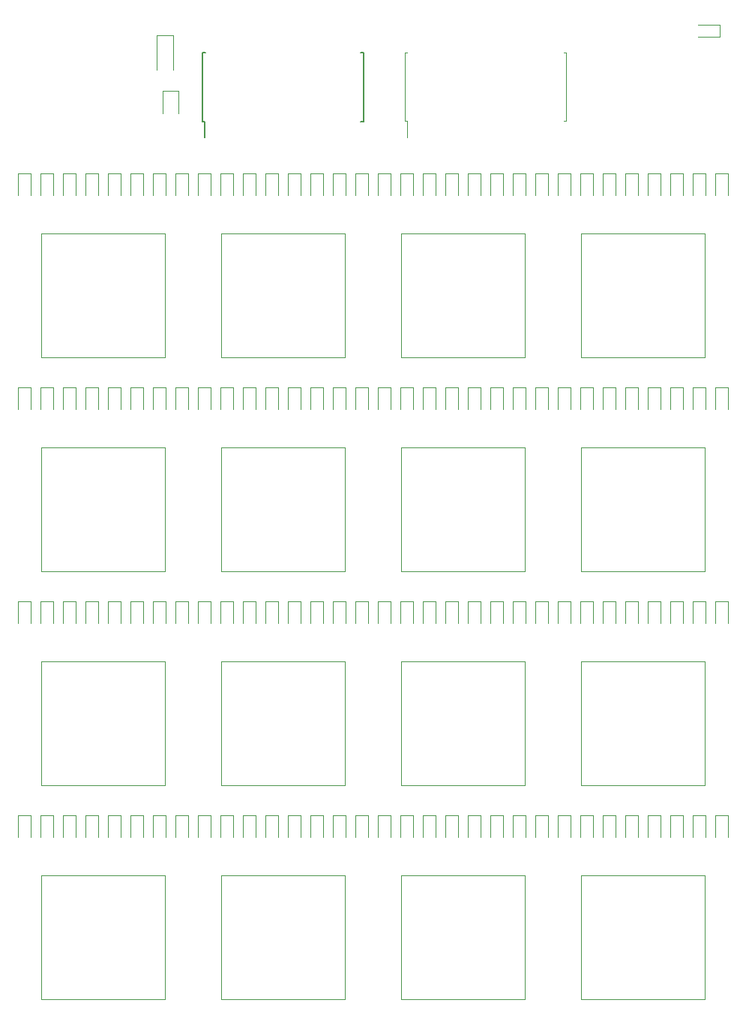
<source format=gbr>
G04 #@! TF.GenerationSoftware,KiCad,Pcbnew,5.1.4+dfsg1-1*
G04 #@! TF.CreationDate,2020-01-15T10:00:44+00:00*
G04 #@! TF.ProjectId,chordboard,63686f72-6462-46f6-9172-642e6b696361,rev?*
G04 #@! TF.SameCoordinates,Original*
G04 #@! TF.FileFunction,Legend,Top*
G04 #@! TF.FilePolarity,Positive*
%FSLAX46Y46*%
G04 Gerber Fmt 4.6, Leading zero omitted, Abs format (unit mm)*
G04 Created by KiCad (PCBNEW 5.1.4+dfsg1-1) date 2020-01-15 10:00:44*
%MOMM*%
%LPD*%
G04 APERTURE LIST*
%ADD10C,0.150000*%
%ADD11C,0.120000*%
G04 APERTURE END LIST*
D10*
X74695000Y-75630000D02*
X74945000Y-75630000D01*
X74695000Y-67880000D02*
X75040000Y-67880000D01*
X92945000Y-67880000D02*
X92600000Y-67880000D01*
X92945000Y-75630000D02*
X92600000Y-75630000D01*
X74695000Y-75630000D02*
X74695000Y-67880000D01*
X92945000Y-75630000D02*
X92945000Y-67880000D01*
X74945000Y-75630000D02*
X74945000Y-77455000D01*
D11*
X97865000Y-75615000D02*
X97865000Y-77430000D01*
X97620000Y-75615000D02*
X97865000Y-75615000D01*
X97620000Y-71755000D02*
X97620000Y-75615000D01*
X97620000Y-67895000D02*
X97865000Y-67895000D01*
X97620000Y-71755000D02*
X97620000Y-67895000D01*
X115740000Y-75615000D02*
X115495000Y-75615000D01*
X115740000Y-71755000D02*
X115740000Y-75615000D01*
X115740000Y-67895000D02*
X115495000Y-67895000D01*
X115740000Y-71755000D02*
X115740000Y-67895000D01*
X53925000Y-153890000D02*
X53925000Y-156375000D01*
X55295000Y-153890000D02*
X53925000Y-153890000D01*
X55295000Y-156375000D02*
X55295000Y-153890000D01*
X56465000Y-153890000D02*
X56465000Y-156375000D01*
X57835000Y-153890000D02*
X56465000Y-153890000D01*
X57835000Y-156375000D02*
X57835000Y-153890000D01*
X59005000Y-153890000D02*
X59005000Y-156375000D01*
X60375000Y-153890000D02*
X59005000Y-153890000D01*
X60375000Y-156375000D02*
X60375000Y-153890000D01*
X61545000Y-153890000D02*
X61545000Y-156375000D01*
X62915000Y-153890000D02*
X61545000Y-153890000D01*
X62915000Y-156375000D02*
X62915000Y-153890000D01*
X65455000Y-156375000D02*
X65455000Y-153890000D01*
X65455000Y-153890000D02*
X64085000Y-153890000D01*
X64085000Y-153890000D02*
X64085000Y-156375000D01*
X66625000Y-153890000D02*
X66625000Y-156375000D01*
X67995000Y-153890000D02*
X66625000Y-153890000D01*
X67995000Y-156375000D02*
X67995000Y-153890000D01*
X69165000Y-153890000D02*
X69165000Y-156375000D01*
X70535000Y-153890000D02*
X69165000Y-153890000D01*
X70535000Y-156375000D02*
X70535000Y-153890000D01*
X71705000Y-153890000D02*
X71705000Y-156375000D01*
X73075000Y-153890000D02*
X71705000Y-153890000D01*
X73075000Y-156375000D02*
X73075000Y-153890000D01*
X74245000Y-153890000D02*
X74245000Y-156375000D01*
X75615000Y-153890000D02*
X74245000Y-153890000D01*
X75615000Y-156375000D02*
X75615000Y-153890000D01*
X76785000Y-153890000D02*
X76785000Y-156375000D01*
X78155000Y-153890000D02*
X76785000Y-153890000D01*
X78155000Y-156375000D02*
X78155000Y-153890000D01*
X80695000Y-156375000D02*
X80695000Y-153890000D01*
X80695000Y-153890000D02*
X79325000Y-153890000D01*
X79325000Y-153890000D02*
X79325000Y-156375000D01*
X81865000Y-153890000D02*
X81865000Y-156375000D01*
X83235000Y-153890000D02*
X81865000Y-153890000D01*
X83235000Y-156375000D02*
X83235000Y-153890000D01*
X84405000Y-153890000D02*
X84405000Y-156375000D01*
X85775000Y-153890000D02*
X84405000Y-153890000D01*
X85775000Y-156375000D02*
X85775000Y-153890000D01*
X86945000Y-153890000D02*
X86945000Y-156375000D01*
X88315000Y-153890000D02*
X86945000Y-153890000D01*
X88315000Y-156375000D02*
X88315000Y-153890000D01*
X89485000Y-153890000D02*
X89485000Y-156375000D01*
X90855000Y-153890000D02*
X89485000Y-153890000D01*
X90855000Y-156375000D02*
X90855000Y-153890000D01*
X92025000Y-153890000D02*
X92025000Y-156375000D01*
X93395000Y-153890000D02*
X92025000Y-153890000D01*
X93395000Y-156375000D02*
X93395000Y-153890000D01*
X95935000Y-156375000D02*
X95935000Y-153890000D01*
X95935000Y-153890000D02*
X94565000Y-153890000D01*
X94565000Y-153890000D02*
X94565000Y-156375000D01*
X98475000Y-156375000D02*
X98475000Y-153890000D01*
X98475000Y-153890000D02*
X97105000Y-153890000D01*
X97105000Y-153890000D02*
X97105000Y-156375000D01*
X101015000Y-156375000D02*
X101015000Y-153890000D01*
X101015000Y-153890000D02*
X99645000Y-153890000D01*
X99645000Y-153890000D02*
X99645000Y-156375000D01*
X103555000Y-156375000D02*
X103555000Y-153890000D01*
X103555000Y-153890000D02*
X102185000Y-153890000D01*
X102185000Y-153890000D02*
X102185000Y-156375000D01*
X106095000Y-156375000D02*
X106095000Y-153890000D01*
X106095000Y-153890000D02*
X104725000Y-153890000D01*
X104725000Y-153890000D02*
X104725000Y-156375000D01*
X108635000Y-156375000D02*
X108635000Y-153890000D01*
X108635000Y-153890000D02*
X107265000Y-153890000D01*
X107265000Y-153890000D02*
X107265000Y-156375000D01*
X111175000Y-156375000D02*
X111175000Y-153890000D01*
X111175000Y-153890000D02*
X109805000Y-153890000D01*
X109805000Y-153890000D02*
X109805000Y-156375000D01*
X113715000Y-156375000D02*
X113715000Y-153890000D01*
X113715000Y-153890000D02*
X112345000Y-153890000D01*
X112345000Y-153890000D02*
X112345000Y-156375000D01*
X116255000Y-156375000D02*
X116255000Y-153890000D01*
X116255000Y-153890000D02*
X114885000Y-153890000D01*
X114885000Y-153890000D02*
X114885000Y-156375000D01*
X118795000Y-156375000D02*
X118795000Y-153890000D01*
X118795000Y-153890000D02*
X117425000Y-153890000D01*
X117425000Y-153890000D02*
X117425000Y-156375000D01*
X121335000Y-156375000D02*
X121335000Y-153890000D01*
X121335000Y-153890000D02*
X119965000Y-153890000D01*
X119965000Y-153890000D02*
X119965000Y-156375000D01*
X123875000Y-156375000D02*
X123875000Y-153890000D01*
X123875000Y-153890000D02*
X122505000Y-153890000D01*
X122505000Y-153890000D02*
X122505000Y-156375000D01*
X126415000Y-156375000D02*
X126415000Y-153890000D01*
X126415000Y-153890000D02*
X125045000Y-153890000D01*
X125045000Y-153890000D02*
X125045000Y-156375000D01*
X128955000Y-156375000D02*
X128955000Y-153890000D01*
X128955000Y-153890000D02*
X127585000Y-153890000D01*
X127585000Y-153890000D02*
X127585000Y-156375000D01*
X131495000Y-156375000D02*
X131495000Y-153890000D01*
X131495000Y-153890000D02*
X130125000Y-153890000D01*
X130125000Y-153890000D02*
X130125000Y-156375000D01*
X134035000Y-156375000D02*
X134035000Y-153890000D01*
X134035000Y-153890000D02*
X132665000Y-153890000D01*
X132665000Y-153890000D02*
X132665000Y-156375000D01*
X53925000Y-129760000D02*
X53925000Y-132245000D01*
X55295000Y-129760000D02*
X53925000Y-129760000D01*
X55295000Y-132245000D02*
X55295000Y-129760000D01*
X56465000Y-129760000D02*
X56465000Y-132245000D01*
X57835000Y-129760000D02*
X56465000Y-129760000D01*
X57835000Y-132245000D02*
X57835000Y-129760000D01*
X59005000Y-129760000D02*
X59005000Y-132245000D01*
X60375000Y-129760000D02*
X59005000Y-129760000D01*
X60375000Y-132245000D02*
X60375000Y-129760000D01*
X61545000Y-129760000D02*
X61545000Y-132245000D01*
X62915000Y-129760000D02*
X61545000Y-129760000D01*
X62915000Y-132245000D02*
X62915000Y-129760000D01*
X64085000Y-129760000D02*
X64085000Y-132245000D01*
X65455000Y-129760000D02*
X64085000Y-129760000D01*
X65455000Y-132245000D02*
X65455000Y-129760000D01*
X66625000Y-129760000D02*
X66625000Y-132245000D01*
X67995000Y-129760000D02*
X66625000Y-129760000D01*
X67995000Y-132245000D02*
X67995000Y-129760000D01*
X69165000Y-129760000D02*
X69165000Y-132245000D01*
X70535000Y-129760000D02*
X69165000Y-129760000D01*
X70535000Y-132245000D02*
X70535000Y-129760000D01*
X71705000Y-129760000D02*
X71705000Y-132245000D01*
X73075000Y-129760000D02*
X71705000Y-129760000D01*
X73075000Y-132245000D02*
X73075000Y-129760000D01*
X74245000Y-129760000D02*
X74245000Y-132245000D01*
X75615000Y-129760000D02*
X74245000Y-129760000D01*
X75615000Y-132245000D02*
X75615000Y-129760000D01*
X76785000Y-129760000D02*
X76785000Y-132245000D01*
X78155000Y-129760000D02*
X76785000Y-129760000D01*
X78155000Y-132245000D02*
X78155000Y-129760000D01*
X79325000Y-129760000D02*
X79325000Y-132245000D01*
X80695000Y-129760000D02*
X79325000Y-129760000D01*
X80695000Y-132245000D02*
X80695000Y-129760000D01*
X81865000Y-129760000D02*
X81865000Y-132245000D01*
X83235000Y-129760000D02*
X81865000Y-129760000D01*
X83235000Y-132245000D02*
X83235000Y-129760000D01*
X84405000Y-129760000D02*
X84405000Y-132245000D01*
X85775000Y-129760000D02*
X84405000Y-129760000D01*
X85775000Y-132245000D02*
X85775000Y-129760000D01*
X86945000Y-129760000D02*
X86945000Y-132245000D01*
X88315000Y-129760000D02*
X86945000Y-129760000D01*
X88315000Y-132245000D02*
X88315000Y-129760000D01*
X89485000Y-129760000D02*
X89485000Y-132245000D01*
X90855000Y-129760000D02*
X89485000Y-129760000D01*
X90855000Y-132245000D02*
X90855000Y-129760000D01*
X92025000Y-129760000D02*
X92025000Y-132245000D01*
X93395000Y-129760000D02*
X92025000Y-129760000D01*
X93395000Y-132245000D02*
X93395000Y-129760000D01*
X95935000Y-132245000D02*
X95935000Y-129760000D01*
X95935000Y-129760000D02*
X94565000Y-129760000D01*
X94565000Y-129760000D02*
X94565000Y-132245000D01*
X98475000Y-132245000D02*
X98475000Y-129760000D01*
X98475000Y-129760000D02*
X97105000Y-129760000D01*
X97105000Y-129760000D02*
X97105000Y-132245000D01*
X101015000Y-132245000D02*
X101015000Y-129760000D01*
X101015000Y-129760000D02*
X99645000Y-129760000D01*
X99645000Y-129760000D02*
X99645000Y-132245000D01*
X103555000Y-132245000D02*
X103555000Y-129760000D01*
X103555000Y-129760000D02*
X102185000Y-129760000D01*
X102185000Y-129760000D02*
X102185000Y-132245000D01*
X106095000Y-132245000D02*
X106095000Y-129760000D01*
X106095000Y-129760000D02*
X104725000Y-129760000D01*
X104725000Y-129760000D02*
X104725000Y-132245000D01*
X108635000Y-132245000D02*
X108635000Y-129760000D01*
X108635000Y-129760000D02*
X107265000Y-129760000D01*
X107265000Y-129760000D02*
X107265000Y-132245000D01*
X111175000Y-132245000D02*
X111175000Y-129760000D01*
X111175000Y-129760000D02*
X109805000Y-129760000D01*
X109805000Y-129760000D02*
X109805000Y-132245000D01*
X113715000Y-132245000D02*
X113715000Y-129760000D01*
X113715000Y-129760000D02*
X112345000Y-129760000D01*
X112345000Y-129760000D02*
X112345000Y-132245000D01*
X116255000Y-132245000D02*
X116255000Y-129760000D01*
X116255000Y-129760000D02*
X114885000Y-129760000D01*
X114885000Y-129760000D02*
X114885000Y-132245000D01*
X118795000Y-132245000D02*
X118795000Y-129760000D01*
X118795000Y-129760000D02*
X117425000Y-129760000D01*
X117425000Y-129760000D02*
X117425000Y-132245000D01*
X121335000Y-132245000D02*
X121335000Y-129760000D01*
X121335000Y-129760000D02*
X119965000Y-129760000D01*
X119965000Y-129760000D02*
X119965000Y-132245000D01*
X123875000Y-132245000D02*
X123875000Y-129760000D01*
X123875000Y-129760000D02*
X122505000Y-129760000D01*
X122505000Y-129760000D02*
X122505000Y-132245000D01*
X126415000Y-132245000D02*
X126415000Y-129760000D01*
X126415000Y-129760000D02*
X125045000Y-129760000D01*
X125045000Y-129760000D02*
X125045000Y-132245000D01*
X128955000Y-132245000D02*
X128955000Y-129760000D01*
X128955000Y-129760000D02*
X127585000Y-129760000D01*
X127585000Y-129760000D02*
X127585000Y-132245000D01*
X131495000Y-132245000D02*
X131495000Y-129760000D01*
X131495000Y-129760000D02*
X130125000Y-129760000D01*
X130125000Y-129760000D02*
X130125000Y-132245000D01*
X134035000Y-132245000D02*
X134035000Y-129760000D01*
X134035000Y-129760000D02*
X132665000Y-129760000D01*
X132665000Y-129760000D02*
X132665000Y-132245000D01*
X53925000Y-105630000D02*
X53925000Y-108115000D01*
X55295000Y-105630000D02*
X53925000Y-105630000D01*
X55295000Y-108115000D02*
X55295000Y-105630000D01*
X56465000Y-105630000D02*
X56465000Y-108115000D01*
X57835000Y-105630000D02*
X56465000Y-105630000D01*
X57835000Y-108115000D02*
X57835000Y-105630000D01*
X59005000Y-105630000D02*
X59005000Y-108115000D01*
X60375000Y-105630000D02*
X59005000Y-105630000D01*
X60375000Y-108115000D02*
X60375000Y-105630000D01*
X61545000Y-105630000D02*
X61545000Y-108115000D01*
X62915000Y-105630000D02*
X61545000Y-105630000D01*
X62915000Y-108115000D02*
X62915000Y-105630000D01*
X64085000Y-105630000D02*
X64085000Y-108115000D01*
X65455000Y-105630000D02*
X64085000Y-105630000D01*
X65455000Y-108115000D02*
X65455000Y-105630000D01*
X66625000Y-105630000D02*
X66625000Y-108115000D01*
X67995000Y-105630000D02*
X66625000Y-105630000D01*
X67995000Y-108115000D02*
X67995000Y-105630000D01*
X69165000Y-105630000D02*
X69165000Y-108115000D01*
X70535000Y-105630000D02*
X69165000Y-105630000D01*
X70535000Y-108115000D02*
X70535000Y-105630000D01*
X71705000Y-105630000D02*
X71705000Y-108115000D01*
X73075000Y-105630000D02*
X71705000Y-105630000D01*
X73075000Y-108115000D02*
X73075000Y-105630000D01*
X74245000Y-105630000D02*
X74245000Y-108115000D01*
X75615000Y-105630000D02*
X74245000Y-105630000D01*
X75615000Y-108115000D02*
X75615000Y-105630000D01*
X76785000Y-105630000D02*
X76785000Y-108115000D01*
X78155000Y-105630000D02*
X76785000Y-105630000D01*
X78155000Y-108115000D02*
X78155000Y-105630000D01*
X79325000Y-105630000D02*
X79325000Y-108115000D01*
X80695000Y-105630000D02*
X79325000Y-105630000D01*
X80695000Y-108115000D02*
X80695000Y-105630000D01*
X81865000Y-105630000D02*
X81865000Y-108115000D01*
X83235000Y-105630000D02*
X81865000Y-105630000D01*
X83235000Y-108115000D02*
X83235000Y-105630000D01*
X84405000Y-105630000D02*
X84405000Y-108115000D01*
X85775000Y-105630000D02*
X84405000Y-105630000D01*
X85775000Y-108115000D02*
X85775000Y-105630000D01*
X86945000Y-105630000D02*
X86945000Y-108115000D01*
X88315000Y-105630000D02*
X86945000Y-105630000D01*
X88315000Y-108115000D02*
X88315000Y-105630000D01*
X89485000Y-105630000D02*
X89485000Y-108115000D01*
X90855000Y-105630000D02*
X89485000Y-105630000D01*
X90855000Y-108115000D02*
X90855000Y-105630000D01*
X92025000Y-105630000D02*
X92025000Y-108115000D01*
X93395000Y-105630000D02*
X92025000Y-105630000D01*
X93395000Y-108115000D02*
X93395000Y-105630000D01*
X95935000Y-108115000D02*
X95935000Y-105630000D01*
X95935000Y-105630000D02*
X94565000Y-105630000D01*
X94565000Y-105630000D02*
X94565000Y-108115000D01*
X98475000Y-108115000D02*
X98475000Y-105630000D01*
X98475000Y-105630000D02*
X97105000Y-105630000D01*
X97105000Y-105630000D02*
X97105000Y-108115000D01*
X101015000Y-108115000D02*
X101015000Y-105630000D01*
X101015000Y-105630000D02*
X99645000Y-105630000D01*
X99645000Y-105630000D02*
X99645000Y-108115000D01*
X103555000Y-108115000D02*
X103555000Y-105630000D01*
X103555000Y-105630000D02*
X102185000Y-105630000D01*
X102185000Y-105630000D02*
X102185000Y-108115000D01*
X106095000Y-108115000D02*
X106095000Y-105630000D01*
X106095000Y-105630000D02*
X104725000Y-105630000D01*
X104725000Y-105630000D02*
X104725000Y-108115000D01*
X108635000Y-108115000D02*
X108635000Y-105630000D01*
X108635000Y-105630000D02*
X107265000Y-105630000D01*
X107265000Y-105630000D02*
X107265000Y-108115000D01*
X111175000Y-108115000D02*
X111175000Y-105630000D01*
X111175000Y-105630000D02*
X109805000Y-105630000D01*
X109805000Y-105630000D02*
X109805000Y-108115000D01*
X113715000Y-108115000D02*
X113715000Y-105630000D01*
X113715000Y-105630000D02*
X112345000Y-105630000D01*
X112345000Y-105630000D02*
X112345000Y-108115000D01*
X116255000Y-108115000D02*
X116255000Y-105630000D01*
X116255000Y-105630000D02*
X114885000Y-105630000D01*
X114885000Y-105630000D02*
X114885000Y-108115000D01*
X118795000Y-108115000D02*
X118795000Y-105630000D01*
X118795000Y-105630000D02*
X117425000Y-105630000D01*
X117425000Y-105630000D02*
X117425000Y-108115000D01*
X121335000Y-108115000D02*
X121335000Y-105630000D01*
X121335000Y-105630000D02*
X119965000Y-105630000D01*
X119965000Y-105630000D02*
X119965000Y-108115000D01*
X123875000Y-108115000D02*
X123875000Y-105630000D01*
X123875000Y-105630000D02*
X122505000Y-105630000D01*
X122505000Y-105630000D02*
X122505000Y-108115000D01*
X126415000Y-108115000D02*
X126415000Y-105630000D01*
X126415000Y-105630000D02*
X125045000Y-105630000D01*
X125045000Y-105630000D02*
X125045000Y-108115000D01*
X128955000Y-108115000D02*
X128955000Y-105630000D01*
X128955000Y-105630000D02*
X127585000Y-105630000D01*
X127585000Y-105630000D02*
X127585000Y-108115000D01*
X131495000Y-108115000D02*
X131495000Y-105630000D01*
X131495000Y-105630000D02*
X130125000Y-105630000D01*
X130125000Y-105630000D02*
X130125000Y-108115000D01*
X134035000Y-108115000D02*
X134035000Y-105630000D01*
X134035000Y-105630000D02*
X132665000Y-105630000D01*
X132665000Y-105630000D02*
X132665000Y-108115000D01*
X53925000Y-81500000D02*
X53925000Y-83985000D01*
X55295000Y-81500000D02*
X53925000Y-81500000D01*
X55295000Y-83985000D02*
X55295000Y-81500000D01*
X56465000Y-81500000D02*
X56465000Y-83985000D01*
X57835000Y-81500000D02*
X56465000Y-81500000D01*
X57835000Y-83985000D02*
X57835000Y-81500000D01*
X59005000Y-81500000D02*
X59005000Y-83985000D01*
X60375000Y-81500000D02*
X59005000Y-81500000D01*
X60375000Y-83985000D02*
X60375000Y-81500000D01*
X61545000Y-81500000D02*
X61545000Y-83985000D01*
X62915000Y-81500000D02*
X61545000Y-81500000D01*
X62915000Y-83985000D02*
X62915000Y-81500000D01*
X64085000Y-81500000D02*
X64085000Y-83985000D01*
X65455000Y-81500000D02*
X64085000Y-81500000D01*
X65455000Y-83985000D02*
X65455000Y-81500000D01*
X67995000Y-83985000D02*
X67995000Y-81500000D01*
X67995000Y-81500000D02*
X66625000Y-81500000D01*
X66625000Y-81500000D02*
X66625000Y-83985000D01*
X69165000Y-81500000D02*
X69165000Y-83985000D01*
X70535000Y-81500000D02*
X69165000Y-81500000D01*
X70535000Y-83985000D02*
X70535000Y-81500000D01*
X73075000Y-83985000D02*
X73075000Y-81500000D01*
X73075000Y-81500000D02*
X71705000Y-81500000D01*
X71705000Y-81500000D02*
X71705000Y-83985000D01*
X74245000Y-81500000D02*
X74245000Y-83985000D01*
X75615000Y-81500000D02*
X74245000Y-81500000D01*
X75615000Y-83985000D02*
X75615000Y-81500000D01*
X76785000Y-81500000D02*
X76785000Y-83985000D01*
X78155000Y-81500000D02*
X76785000Y-81500000D01*
X78155000Y-83985000D02*
X78155000Y-81500000D01*
X79325000Y-81500000D02*
X79325000Y-83985000D01*
X80695000Y-81500000D02*
X79325000Y-81500000D01*
X80695000Y-83985000D02*
X80695000Y-81500000D01*
X81865000Y-81500000D02*
X81865000Y-83985000D01*
X83235000Y-81500000D02*
X81865000Y-81500000D01*
X83235000Y-83985000D02*
X83235000Y-81500000D01*
X84405000Y-81500000D02*
X84405000Y-83985000D01*
X85775000Y-81500000D02*
X84405000Y-81500000D01*
X85775000Y-83985000D02*
X85775000Y-81500000D01*
X86945000Y-81500000D02*
X86945000Y-83985000D01*
X88315000Y-81500000D02*
X86945000Y-81500000D01*
X88315000Y-83985000D02*
X88315000Y-81500000D01*
X89485000Y-81500000D02*
X89485000Y-83985000D01*
X90855000Y-81500000D02*
X89485000Y-81500000D01*
X90855000Y-83985000D02*
X90855000Y-81500000D01*
X92025000Y-81500000D02*
X92025000Y-83985000D01*
X93395000Y-81500000D02*
X92025000Y-81500000D01*
X93395000Y-83985000D02*
X93395000Y-81500000D01*
X95935000Y-83985000D02*
X95935000Y-81500000D01*
X95935000Y-81500000D02*
X94565000Y-81500000D01*
X94565000Y-81500000D02*
X94565000Y-83985000D01*
X98475000Y-83985000D02*
X98475000Y-81500000D01*
X98475000Y-81500000D02*
X97105000Y-81500000D01*
X97105000Y-81500000D02*
X97105000Y-83985000D01*
X101015000Y-83985000D02*
X101015000Y-81500000D01*
X101015000Y-81500000D02*
X99645000Y-81500000D01*
X99645000Y-81500000D02*
X99645000Y-83985000D01*
X102185000Y-81500000D02*
X102185000Y-83985000D01*
X103555000Y-81500000D02*
X102185000Y-81500000D01*
X103555000Y-83985000D02*
X103555000Y-81500000D01*
X106095000Y-83985000D02*
X106095000Y-81500000D01*
X106095000Y-81500000D02*
X104725000Y-81500000D01*
X104725000Y-81500000D02*
X104725000Y-83985000D01*
X107265000Y-81500000D02*
X107265000Y-83985000D01*
X108635000Y-81500000D02*
X107265000Y-81500000D01*
X108635000Y-83985000D02*
X108635000Y-81500000D01*
X111175000Y-83985000D02*
X111175000Y-81500000D01*
X111175000Y-81500000D02*
X109805000Y-81500000D01*
X109805000Y-81500000D02*
X109805000Y-83985000D01*
X112345000Y-81500000D02*
X112345000Y-83985000D01*
X113715000Y-81500000D02*
X112345000Y-81500000D01*
X113715000Y-83985000D02*
X113715000Y-81500000D01*
X116255000Y-83985000D02*
X116255000Y-81500000D01*
X116255000Y-81500000D02*
X114885000Y-81500000D01*
X114885000Y-81500000D02*
X114885000Y-83985000D01*
X118795000Y-83985000D02*
X118795000Y-81500000D01*
X118795000Y-81500000D02*
X117425000Y-81500000D01*
X117425000Y-81500000D02*
X117425000Y-83985000D01*
X121335000Y-83985000D02*
X121335000Y-81500000D01*
X121335000Y-81500000D02*
X119965000Y-81500000D01*
X119965000Y-81500000D02*
X119965000Y-83985000D01*
X123875000Y-83985000D02*
X123875000Y-81500000D01*
X123875000Y-81500000D02*
X122505000Y-81500000D01*
X122505000Y-81500000D02*
X122505000Y-83985000D01*
X126415000Y-83985000D02*
X126415000Y-81500000D01*
X126415000Y-81500000D02*
X125045000Y-81500000D01*
X125045000Y-81500000D02*
X125045000Y-83985000D01*
X128955000Y-83985000D02*
X128955000Y-81500000D01*
X128955000Y-81500000D02*
X127585000Y-81500000D01*
X127585000Y-81500000D02*
X127585000Y-83985000D01*
X131495000Y-83985000D02*
X131495000Y-81500000D01*
X131495000Y-81500000D02*
X130125000Y-81500000D01*
X130125000Y-81500000D02*
X130125000Y-83985000D01*
X132665000Y-81500000D02*
X132665000Y-83985000D01*
X134035000Y-81500000D02*
X132665000Y-81500000D01*
X134035000Y-83985000D02*
X134035000Y-81500000D01*
X70485000Y-160655000D02*
X70485000Y-174625000D01*
X56515000Y-160655000D02*
X70485000Y-160655000D01*
X56515000Y-174625000D02*
X56515000Y-160655000D01*
X70485000Y-174625000D02*
X56515000Y-174625000D01*
X90805000Y-174625000D02*
X76835000Y-174625000D01*
X76835000Y-174625000D02*
X76835000Y-160655000D01*
X76835000Y-160655000D02*
X90805000Y-160655000D01*
X90805000Y-160655000D02*
X90805000Y-174625000D01*
X111125000Y-160655000D02*
X111125000Y-174625000D01*
X97155000Y-160655000D02*
X111125000Y-160655000D01*
X97155000Y-174625000D02*
X97155000Y-160655000D01*
X111125000Y-174625000D02*
X97155000Y-174625000D01*
X131445000Y-174625000D02*
X117475000Y-174625000D01*
X117475000Y-174625000D02*
X117475000Y-160655000D01*
X117475000Y-160655000D02*
X131445000Y-160655000D01*
X131445000Y-160655000D02*
X131445000Y-174625000D01*
X70485000Y-136525000D02*
X70485000Y-150495000D01*
X56515000Y-136525000D02*
X70485000Y-136525000D01*
X56515000Y-150495000D02*
X56515000Y-136525000D01*
X70485000Y-150495000D02*
X56515000Y-150495000D01*
X90805000Y-150495000D02*
X76835000Y-150495000D01*
X76835000Y-150495000D02*
X76835000Y-136525000D01*
X76835000Y-136525000D02*
X90805000Y-136525000D01*
X90805000Y-136525000D02*
X90805000Y-150495000D01*
X111125000Y-136525000D02*
X111125000Y-150495000D01*
X97155000Y-136525000D02*
X111125000Y-136525000D01*
X97155000Y-150495000D02*
X97155000Y-136525000D01*
X111125000Y-150495000D02*
X97155000Y-150495000D01*
X131445000Y-150495000D02*
X117475000Y-150495000D01*
X117475000Y-150495000D02*
X117475000Y-136525000D01*
X117475000Y-136525000D02*
X131445000Y-136525000D01*
X131445000Y-136525000D02*
X131445000Y-150495000D01*
X70485000Y-112395000D02*
X70485000Y-126365000D01*
X56515000Y-112395000D02*
X70485000Y-112395000D01*
X56515000Y-126365000D02*
X56515000Y-112395000D01*
X70485000Y-126365000D02*
X56515000Y-126365000D01*
X90805000Y-126365000D02*
X76835000Y-126365000D01*
X76835000Y-126365000D02*
X76835000Y-112395000D01*
X76835000Y-112395000D02*
X90805000Y-112395000D01*
X90805000Y-112395000D02*
X90805000Y-126365000D01*
X111125000Y-112395000D02*
X111125000Y-126365000D01*
X97155000Y-112395000D02*
X111125000Y-112395000D01*
X97155000Y-126365000D02*
X97155000Y-112395000D01*
X111125000Y-126365000D02*
X97155000Y-126365000D01*
X131445000Y-126365000D02*
X117475000Y-126365000D01*
X117475000Y-126365000D02*
X117475000Y-112395000D01*
X117475000Y-112395000D02*
X131445000Y-112395000D01*
X131445000Y-112395000D02*
X131445000Y-126365000D01*
X70485000Y-88265000D02*
X70485000Y-102235000D01*
X56515000Y-88265000D02*
X70485000Y-88265000D01*
X56515000Y-102235000D02*
X56515000Y-88265000D01*
X70485000Y-102235000D02*
X56515000Y-102235000D01*
X90805000Y-102235000D02*
X76835000Y-102235000D01*
X76835000Y-102235000D02*
X76835000Y-88265000D01*
X76835000Y-88265000D02*
X90805000Y-88265000D01*
X90805000Y-88265000D02*
X90805000Y-102235000D01*
X111125000Y-88265000D02*
X111125000Y-102235000D01*
X97155000Y-88265000D02*
X111125000Y-88265000D01*
X97155000Y-102235000D02*
X97155000Y-88265000D01*
X111125000Y-102235000D02*
X97155000Y-102235000D01*
X131445000Y-102235000D02*
X117475000Y-102235000D01*
X117475000Y-102235000D02*
X117475000Y-88265000D01*
X117475000Y-88265000D02*
X131445000Y-88265000D01*
X131445000Y-88265000D02*
X131445000Y-102235000D01*
X71970000Y-72160000D02*
X70270000Y-72160000D01*
X70270000Y-72160000D02*
X70270000Y-74710000D01*
X71970000Y-72160000D02*
X71970000Y-74710000D01*
X130645000Y-66090000D02*
X133130000Y-66090000D01*
X133130000Y-66090000D02*
X133130000Y-64720000D01*
X133130000Y-64720000D02*
X130645000Y-64720000D01*
X71420000Y-69799000D02*
X71420000Y-65889000D01*
X71420000Y-65889000D02*
X69550000Y-65889000D01*
X69550000Y-65889000D02*
X69550000Y-69799000D01*
M02*

</source>
